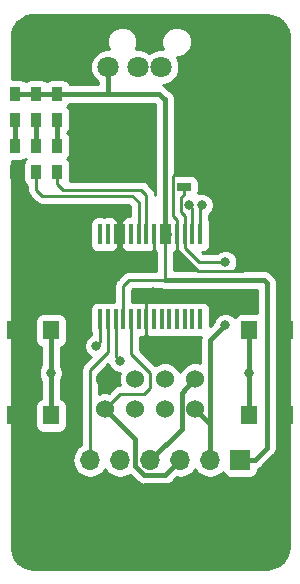
<source format=gbr>
G04 #@! TF.GenerationSoftware,KiCad,Pcbnew,(5.0.0)*
G04 #@! TF.CreationDate,2018-12-19T13:36:55-06:00*
G04 #@! TF.ProjectId,ESP-01_Flasher_Hardware,4553502D30315F466C61736865725F48,rev?*
G04 #@! TF.SameCoordinates,Original*
G04 #@! TF.FileFunction,Copper,L1,Top,Signal*
G04 #@! TF.FilePolarity,Positive*
%FSLAX46Y46*%
G04 Gerber Fmt 4.6, Leading zero omitted, Abs format (unit mm)*
G04 Created by KiCad (PCBNEW (5.0.0)) date 12/19/18 13:36:55*
%MOMM*%
%LPD*%
G01*
G04 APERTURE LIST*
G04 #@! TA.AperFunction,SMDPad,CuDef*
%ADD10R,0.900000X1.200000*%
G04 #@! TD*
G04 #@! TA.AperFunction,SMDPad,CuDef*
%ADD11R,1.200000X0.750000*%
G04 #@! TD*
G04 #@! TA.AperFunction,ComponentPad*
%ADD12R,1.700000X1.700000*%
G04 #@! TD*
G04 #@! TA.AperFunction,ComponentPad*
%ADD13O,1.700000X1.700000*%
G04 #@! TD*
G04 #@! TA.AperFunction,ComponentPad*
%ADD14C,1.800000*%
G04 #@! TD*
G04 #@! TA.AperFunction,ComponentPad*
%ADD15O,2.000000X4.000000*%
G04 #@! TD*
G04 #@! TA.AperFunction,SMDPad,CuDef*
%ADD16R,1.400000X1.600000*%
G04 #@! TD*
G04 #@! TA.AperFunction,ComponentPad*
%ADD17C,1.524000*%
G04 #@! TD*
G04 #@! TA.AperFunction,SMDPad,CuDef*
%ADD18R,0.450000X1.750000*%
G04 #@! TD*
G04 #@! TA.AperFunction,ViaPad*
%ADD19C,0.800000*%
G04 #@! TD*
G04 #@! TA.AperFunction,Conductor*
%ADD20C,0.254000*%
G04 #@! TD*
G04 #@! TA.AperFunction,Conductor*
%ADD21C,0.381000*%
G04 #@! TD*
G04 APERTURE END LIST*
D10*
G04 #@! TO.P,D3,1*
G04 #@! TO.N,GND*
X103886000Y-67310000D03*
G04 #@! TO.P,D3,2*
G04 #@! TO.N,Net-(D3-Pad2)*
X103886000Y-65110000D03*
G04 #@! TD*
D11*
G04 #@! TO.P,C1,1*
G04 #@! TO.N,+3V3*
X118176000Y-68580000D03*
G04 #@! TO.P,C1,2*
G04 #@! TO.N,GND*
X120076000Y-68580000D03*
G04 #@! TD*
D10*
G04 #@! TO.P,D1,1*
G04 #@! TO.N,Net-(D1-Pad1)*
X107442000Y-67310000D03*
G04 #@! TO.P,D1,2*
G04 #@! TO.N,Net-(D1-Pad2)*
X107442000Y-65110000D03*
G04 #@! TD*
G04 #@! TO.P,D2,2*
G04 #@! TO.N,Net-(D2-Pad2)*
X105664000Y-65110000D03*
G04 #@! TO.P,D2,1*
G04 #@! TO.N,Net-(D2-Pad1)*
X105664000Y-67310000D03*
G04 #@! TD*
D12*
G04 #@! TO.P,J1,1*
G04 #@! TO.N,+5V*
X122936000Y-91694000D03*
D13*
G04 #@! TO.P,J1,2*
G04 #@! TO.N,+3V3*
X120396000Y-91694000D03*
G04 #@! TO.P,J1,3*
G04 #@! TO.N,FT_Rx*
X117856000Y-91694000D03*
G04 #@! TO.P,J1,4*
G04 #@! TO.N,FT_Tx*
X115316000Y-91694000D03*
G04 #@! TO.P,J1,5*
G04 #@! TO.N,RTS*
X112776000Y-91694000D03*
G04 #@! TO.P,J1,6*
G04 #@! TO.N,DTR*
X110236000Y-91694000D03*
G04 #@! TO.P,J1,7*
G04 #@! TO.N,GND*
X107696000Y-91694000D03*
G04 #@! TD*
D14*
G04 #@! TO.P,J2,4*
G04 #@! TO.N,GND*
X118760000Y-58420000D03*
G04 #@! TO.P,J2,3*
G04 #@! TO.N,D+*
X116260000Y-58420000D03*
G04 #@! TO.P,J2,1*
G04 #@! TO.N,+5V*
X111760000Y-58420000D03*
G04 #@! TO.P,J2,2*
G04 #@! TO.N,D-*
X114260000Y-58420000D03*
D15*
G04 #@! TO.P,J2,5*
G04 #@! TO.N,GND*
X109410000Y-56290000D03*
X121110000Y-56290000D03*
G04 #@! TD*
D10*
G04 #@! TO.P,R1,1*
G04 #@! TO.N,+5V*
X107442000Y-60706000D03*
G04 #@! TO.P,R1,2*
G04 #@! TO.N,Net-(D1-Pad2)*
X107442000Y-62906000D03*
G04 #@! TD*
G04 #@! TO.P,R2,2*
G04 #@! TO.N,Net-(D2-Pad2)*
X105664000Y-62906000D03*
G04 #@! TO.P,R2,1*
G04 #@! TO.N,+5V*
X105664000Y-60706000D03*
G04 #@! TD*
G04 #@! TO.P,R3,1*
G04 #@! TO.N,+5V*
X103886000Y-60706000D03*
G04 #@! TO.P,R3,2*
G04 #@! TO.N,Net-(D3-Pad2)*
X103886000Y-62906000D03*
G04 #@! TD*
D16*
G04 #@! TO.P,SW1,1*
G04 #@! TO.N,Rst*
X123722000Y-80728000D03*
X123722000Y-87928000D03*
G04 #@! TO.P,SW1,2*
G04 #@! TO.N,GND*
X126722000Y-80728000D03*
X126722000Y-87928000D03*
G04 #@! TD*
G04 #@! TO.P,SW2,2*
G04 #@! TO.N,GND*
X103910000Y-80728000D03*
X103910000Y-87928000D03*
G04 #@! TO.P,SW2,1*
G04 #@! TO.N,Flash*
X106910000Y-80728000D03*
X106910000Y-87928000D03*
G04 #@! TD*
D17*
G04 #@! TO.P,U1,8*
G04 #@! TO.N,+3V3*
X119126000Y-87376000D03*
G04 #@! TO.P,U1,7*
G04 #@! TO.N,FT_Tx*
X119126000Y-84836000D03*
G04 #@! TO.P,U1,6*
G04 #@! TO.N,Rst*
X116586000Y-87376000D03*
G04 #@! TO.P,U1,5*
G04 #@! TO.N,Flash*
X116586000Y-84836000D03*
G04 #@! TO.P,U1,4*
G04 #@! TO.N,+3V3*
X114046000Y-87376000D03*
G04 #@! TO.P,U1,3*
G04 #@! TO.N,N/C*
X114046000Y-84836000D03*
G04 #@! TO.P,U1,2*
G04 #@! TO.N,FT_Rx*
X111506000Y-87376000D03*
G04 #@! TO.P,U1,1*
G04 #@! TO.N,GND*
X111506000Y-84836000D03*
G04 #@! TD*
D18*
G04 #@! TO.P,U2,1*
G04 #@! TO.N,FT_Tx*
X111091000Y-79800000D03*
G04 #@! TO.P,U2,2*
G04 #@! TO.N,DTR*
X111741000Y-79800000D03*
G04 #@! TO.P,U2,3*
G04 #@! TO.N,RTS*
X112391000Y-79800000D03*
G04 #@! TO.P,U2,4*
G04 #@! TO.N,+5V*
X113041000Y-79800000D03*
G04 #@! TO.P,U2,5*
G04 #@! TO.N,FT_Rx*
X113691000Y-79800000D03*
G04 #@! TO.P,U2,6*
G04 #@! TO.N,N/C*
X114341000Y-79800000D03*
G04 #@! TO.P,U2,7*
G04 #@! TO.N,GND*
X114991000Y-79800000D03*
G04 #@! TO.P,U2,8*
G04 #@! TO.N,N/C*
X115641000Y-79800000D03*
G04 #@! TO.P,U2,9*
X116291000Y-79800000D03*
G04 #@! TO.P,U2,10*
X116941000Y-79800000D03*
G04 #@! TO.P,U2,11*
X117591000Y-79800000D03*
G04 #@! TO.P,U2,12*
X118241000Y-79800000D03*
G04 #@! TO.P,U2,13*
X118891000Y-79800000D03*
G04 #@! TO.P,U2,14*
X119541000Y-79800000D03*
G04 #@! TO.P,U2,15*
G04 #@! TO.N,D+*
X119541000Y-72600000D03*
G04 #@! TO.P,U2,16*
G04 #@! TO.N,D-*
X118891000Y-72600000D03*
G04 #@! TO.P,U2,17*
G04 #@! TO.N,+3V3*
X118241000Y-72600000D03*
G04 #@! TO.P,U2,18*
G04 #@! TO.N,GND*
X117591000Y-72600000D03*
G04 #@! TO.P,U2,19*
G04 #@! TO.N,+5V*
X116941000Y-72600000D03*
G04 #@! TO.P,U2,20*
X116291000Y-72600000D03*
G04 #@! TO.P,U2,21*
G04 #@! TO.N,GND*
X115641000Y-72600000D03*
G04 #@! TO.P,U2,22*
G04 #@! TO.N,Net-(D1-Pad1)*
X114991000Y-72600000D03*
G04 #@! TO.P,U2,23*
G04 #@! TO.N,Net-(D2-Pad1)*
X114341000Y-72600000D03*
G04 #@! TO.P,U2,24*
G04 #@! TO.N,N/C*
X113691000Y-72600000D03*
G04 #@! TO.P,U2,25*
G04 #@! TO.N,GND*
X113041000Y-72600000D03*
G04 #@! TO.P,U2,26*
X112391000Y-72600000D03*
G04 #@! TO.P,U2,27*
G04 #@! TO.N,N/C*
X111741000Y-72600000D03*
G04 #@! TO.P,U2,28*
X111091000Y-72600000D03*
G04 #@! TD*
D19*
G04 #@! TO.N,+3V3*
X121666000Y-74930000D03*
X121666000Y-80264000D03*
G04 #@! TO.N,GND*
X115570000Y-75438000D03*
X115570000Y-77470000D03*
X111506000Y-64516000D03*
X106426000Y-72136000D03*
X108966000Y-87376000D03*
G04 #@! TO.N,FT_Tx*
X110744000Y-82042000D03*
G04 #@! TO.N,RTS*
X112776000Y-83312000D03*
G04 #@! TO.N,D+*
X119668003Y-70104000D03*
G04 #@! TO.N,D-*
X118618000Y-70104000D03*
G04 #@! TO.N,Rst*
X123722000Y-84328000D03*
G04 #@! TO.N,Flash*
X106910000Y-84328000D03*
G04 #@! TD*
D20*
G04 #@! TO.N,+3V3*
X118241000Y-72600000D02*
X118241000Y-71026000D01*
X118176000Y-69209000D02*
X118176000Y-68580000D01*
X117890999Y-69494001D02*
X118176000Y-69209000D01*
X117890999Y-70675999D02*
X117890999Y-69494001D01*
X118241000Y-71026000D02*
X117890999Y-70675999D01*
X119442000Y-74930000D02*
X121666000Y-74930000D01*
X118241000Y-72600000D02*
X118241000Y-73729000D01*
X118241000Y-73729000D02*
X119442000Y-74930000D01*
D21*
X120396000Y-88646000D02*
X119126000Y-87376000D01*
X120396000Y-91694000D02*
X120396000Y-88646000D01*
X120396000Y-88646000D02*
X120396000Y-81534000D01*
X120396000Y-81534000D02*
X121666000Y-80264000D01*
D20*
G04 #@! TO.N,GND*
X114991000Y-79800000D02*
X114991000Y-81351000D01*
X114991000Y-79800000D02*
X114991000Y-78303000D01*
X117591000Y-72600000D02*
X117591000Y-73903000D01*
X115641000Y-72600000D02*
X115641000Y-74097000D01*
X117248999Y-71011489D02*
X117248999Y-67663001D01*
X117591000Y-72600000D02*
X117591000Y-71353490D01*
X117591000Y-71353490D02*
X117248999Y-71011489D01*
X117248999Y-67663001D02*
X117602000Y-67310000D01*
X115641000Y-74097000D02*
X115641000Y-75367000D01*
X115641000Y-75367000D02*
X115570000Y-75438000D01*
X117591000Y-73903000D02*
X119380000Y-75692000D01*
X119380000Y-75692000D02*
X123190000Y-75692000D01*
G04 #@! TO.N,Net-(D1-Pad1)*
X107117000Y-67635000D02*
X107442000Y-67310000D01*
X114991000Y-70104000D02*
X114991000Y-69271000D01*
X114991000Y-72600000D02*
X114991000Y-70104000D01*
X114991000Y-69271000D02*
X114554000Y-68834000D01*
X114554000Y-68834000D02*
X107950000Y-68834000D01*
X107442000Y-68326000D02*
X107442000Y-67310000D01*
X107950000Y-68834000D02*
X107442000Y-68326000D01*
D21*
G04 #@! TO.N,Net-(D1-Pad2)*
X107442000Y-63246000D02*
X107442000Y-62992000D01*
X107442000Y-62906000D02*
X107442000Y-65110000D01*
G04 #@! TO.N,Net-(D2-Pad2)*
X105664000Y-62906000D02*
X105664000Y-65110000D01*
D20*
G04 #@! TO.N,Net-(D2-Pad1)*
X114341000Y-72600000D02*
X114341000Y-69891000D01*
X114341000Y-69891000D02*
X113792000Y-69342000D01*
X113792000Y-69342000D02*
X106172000Y-69342000D01*
X105664000Y-68834000D02*
X105664000Y-67310000D01*
X106172000Y-69342000D02*
X105664000Y-68834000D01*
D21*
G04 #@! TO.N,Net-(D3-Pad2)*
X103886000Y-62906000D02*
X103886000Y-65110000D01*
G04 #@! TO.N,+5V*
X107442000Y-60706000D02*
X103886000Y-60706000D01*
X116586000Y-72600000D02*
X116291000Y-72600000D01*
X116941000Y-72600000D02*
X116586000Y-72600000D01*
D20*
X116586000Y-72600000D02*
X116586000Y-75946000D01*
X113549000Y-76454000D02*
X113041000Y-76962000D01*
X116078000Y-76454000D02*
X113549000Y-76454000D01*
X113041000Y-79800000D02*
X113041000Y-76962000D01*
D21*
X124167000Y-91694000D02*
X125222000Y-90639000D01*
X122936000Y-91694000D02*
X124167000Y-91694000D01*
X125222000Y-90639000D02*
X125222000Y-76708000D01*
X125222000Y-76708000D02*
X124968000Y-76454000D01*
X124968000Y-76454000D02*
X116586000Y-76454000D01*
D20*
X116586000Y-75946000D02*
X116586000Y-76454000D01*
X116078000Y-76454000D02*
X116586000Y-76454000D01*
D21*
X107442000Y-60706000D02*
X111506000Y-60706000D01*
X116586000Y-61468000D02*
X116586000Y-61145000D01*
X116586000Y-72600000D02*
X116586000Y-61468000D01*
X116586000Y-61214000D02*
X116586000Y-61468000D01*
X116078000Y-60706000D02*
X116586000Y-61214000D01*
X111760000Y-58420000D02*
X111760000Y-60706000D01*
X111760000Y-60706000D02*
X116078000Y-60706000D01*
X111506000Y-60706000D02*
X111760000Y-60706000D01*
G04 #@! TO.N,FT_Rx*
X112267999Y-88137999D02*
X111506000Y-87376000D01*
X114016501Y-89886501D02*
X112267999Y-88137999D01*
X114016501Y-92172501D02*
X114016501Y-89886501D01*
X114778501Y-92934501D02*
X114016501Y-92172501D01*
X116615499Y-92934501D02*
X114778501Y-92934501D01*
X117856000Y-91694000D02*
X116615499Y-92934501D01*
D20*
X113691000Y-81635000D02*
X113691000Y-81534000D01*
X113691000Y-81534000D02*
X113691000Y-79800000D01*
X113691000Y-82703000D02*
X113691000Y-81534000D01*
X115316000Y-84328000D02*
X113691000Y-82703000D01*
X115316000Y-85598000D02*
X115316000Y-84328000D01*
X114808000Y-86106000D02*
X115316000Y-85598000D01*
X111506000Y-87376000D02*
X112776000Y-86106000D01*
X112776000Y-86106000D02*
X114808000Y-86106000D01*
D21*
G04 #@! TO.N,FT_Tx*
X118364001Y-85597999D02*
X119126000Y-84836000D01*
X117973499Y-85988501D02*
X118364001Y-85597999D01*
X117973499Y-89036501D02*
X117973499Y-85988501D01*
X115316000Y-91694000D02*
X117973499Y-89036501D01*
D20*
X111091000Y-79800000D02*
X111091000Y-81695000D01*
X111091000Y-81695000D02*
X110744000Y-82042000D01*
G04 #@! TO.N,RTS*
X112391000Y-81911000D02*
X112391000Y-79800000D01*
X112391000Y-81911000D02*
X112391000Y-82927000D01*
X112391000Y-82927000D02*
X112776000Y-83312000D01*
G04 #@! TO.N,DTR*
X110236000Y-91694000D02*
X110236000Y-84074000D01*
X111741000Y-82569000D02*
X111741000Y-79800000D01*
X110236000Y-84074000D02*
X111741000Y-82569000D01*
G04 #@! TO.N,D+*
X119541000Y-72600000D02*
X119541000Y-70231003D01*
X119541000Y-70231003D02*
X119668003Y-70104000D01*
G04 #@! TO.N,D-*
X118891000Y-72600000D02*
X118891000Y-70377000D01*
X118891000Y-70377000D02*
X118618000Y-70104000D01*
D21*
G04 #@! TO.N,Rst*
X123722000Y-80728000D02*
X123722000Y-81909000D01*
X123722000Y-84328000D02*
X123722000Y-87928000D01*
X123722000Y-81909000D02*
X123722000Y-84328000D01*
G04 #@! TO.N,Flash*
X106910000Y-80728000D02*
X106910000Y-84328000D01*
X106910000Y-84328000D02*
X106910000Y-87928000D01*
G04 #@! TD*
D20*
G04 #@! TO.N,GND*
G36*
X125675698Y-54112958D02*
X126100893Y-54281305D01*
X126470858Y-54550101D01*
X126762356Y-54902462D01*
X126957067Y-55316244D01*
X127049093Y-55798662D01*
X127052000Y-55891164D01*
X127052001Y-99015326D01*
X126989042Y-99513699D01*
X126820697Y-99938889D01*
X126551899Y-100308859D01*
X126199541Y-100600355D01*
X125785756Y-100795067D01*
X125303339Y-100887093D01*
X125210836Y-100890000D01*
X105454667Y-100890000D01*
X104956301Y-100827042D01*
X104531111Y-100658697D01*
X104161141Y-100389899D01*
X103869645Y-100037541D01*
X103674933Y-99623756D01*
X103582907Y-99141339D01*
X103580000Y-99048836D01*
X103580000Y-79928000D01*
X105562560Y-79928000D01*
X105562560Y-81528000D01*
X105611843Y-81775765D01*
X105752191Y-81985809D01*
X105962235Y-82126157D01*
X106084500Y-82150477D01*
X106084501Y-83689788D01*
X106032569Y-83741720D01*
X105875000Y-84122126D01*
X105875000Y-84533874D01*
X106032569Y-84914280D01*
X106084500Y-84966211D01*
X106084501Y-86505523D01*
X105962235Y-86529843D01*
X105752191Y-86670191D01*
X105611843Y-86880235D01*
X105562560Y-87128000D01*
X105562560Y-88728000D01*
X105611843Y-88975765D01*
X105752191Y-89185809D01*
X105962235Y-89326157D01*
X106210000Y-89375440D01*
X107610000Y-89375440D01*
X107857765Y-89326157D01*
X108067809Y-89185809D01*
X108208157Y-88975765D01*
X108257440Y-88728000D01*
X108257440Y-87128000D01*
X108208157Y-86880235D01*
X108067809Y-86670191D01*
X107857765Y-86529843D01*
X107735500Y-86505523D01*
X107735500Y-84966211D01*
X107787431Y-84914280D01*
X107945000Y-84533874D01*
X107945000Y-84122126D01*
X107787431Y-83741720D01*
X107735500Y-83689789D01*
X107735500Y-82150477D01*
X107857765Y-82126157D01*
X108067809Y-81985809D01*
X108208157Y-81775765D01*
X108257440Y-81528000D01*
X108257440Y-79928000D01*
X108208157Y-79680235D01*
X108067809Y-79470191D01*
X107857765Y-79329843D01*
X107610000Y-79280560D01*
X106210000Y-79280560D01*
X105962235Y-79329843D01*
X105752191Y-79470191D01*
X105611843Y-79680235D01*
X105562560Y-79928000D01*
X103580000Y-79928000D01*
X103580000Y-71725000D01*
X110218560Y-71725000D01*
X110218560Y-73475000D01*
X110267843Y-73722765D01*
X110408191Y-73932809D01*
X110618235Y-74073157D01*
X110866000Y-74122440D01*
X111316000Y-74122440D01*
X111416000Y-74102549D01*
X111516000Y-74122440D01*
X111966000Y-74122440D01*
X112213765Y-74073157D01*
X112423809Y-73932809D01*
X112564157Y-73722765D01*
X112613440Y-73475000D01*
X112613440Y-71725000D01*
X112564157Y-71477235D01*
X112423809Y-71267191D01*
X112213765Y-71126843D01*
X111966000Y-71077560D01*
X111516000Y-71077560D01*
X111416000Y-71097451D01*
X111316000Y-71077560D01*
X110866000Y-71077560D01*
X110618235Y-71126843D01*
X110408191Y-71267191D01*
X110267843Y-71477235D01*
X110218560Y-71725000D01*
X103580000Y-71725000D01*
X103580000Y-66357440D01*
X104336000Y-66357440D01*
X104583765Y-66308157D01*
X104775000Y-66180377D01*
X104819334Y-66210000D01*
X104756191Y-66252191D01*
X104615843Y-66462235D01*
X104566560Y-66710000D01*
X104566560Y-67910000D01*
X104615843Y-68157765D01*
X104756191Y-68367809D01*
X104902000Y-68465236D01*
X104902000Y-68758956D01*
X104887073Y-68834000D01*
X104902000Y-68909043D01*
X104902000Y-68909047D01*
X104946212Y-69131316D01*
X105114629Y-69383371D01*
X105178254Y-69425884D01*
X105580116Y-69827746D01*
X105622629Y-69891371D01*
X105820641Y-70023678D01*
X105874681Y-70059787D01*
X105874682Y-70059787D01*
X105874683Y-70059788D01*
X106096952Y-70104000D01*
X106096956Y-70104000D01*
X106171999Y-70118927D01*
X106247042Y-70104000D01*
X113476370Y-70104000D01*
X113579001Y-70206631D01*
X113579001Y-71077560D01*
X113466000Y-71077560D01*
X113218235Y-71126843D01*
X113008191Y-71267191D01*
X112867843Y-71477235D01*
X112818560Y-71725000D01*
X112818560Y-73475000D01*
X112867843Y-73722765D01*
X113008191Y-73932809D01*
X113218235Y-74073157D01*
X113466000Y-74122440D01*
X113916000Y-74122440D01*
X114016000Y-74102549D01*
X114116000Y-74122440D01*
X114566000Y-74122440D01*
X114666000Y-74102549D01*
X114766000Y-74122440D01*
X115216000Y-74122440D01*
X115463765Y-74073157D01*
X115641000Y-73954731D01*
X115818235Y-74073157D01*
X115824000Y-74074304D01*
X115824001Y-75692000D01*
X113624042Y-75692000D01*
X113548999Y-75677073D01*
X113473956Y-75692000D01*
X113473952Y-75692000D01*
X113251683Y-75736212D01*
X113251682Y-75736213D01*
X113251681Y-75736213D01*
X113197641Y-75772322D01*
X112999629Y-75904629D01*
X112957116Y-75968254D01*
X112555252Y-76370118D01*
X112491630Y-76412629D01*
X112449119Y-76476251D01*
X112449118Y-76476252D01*
X112323213Y-76664683D01*
X112264073Y-76962000D01*
X112279001Y-77037048D01*
X112279001Y-78277560D01*
X112166000Y-78277560D01*
X112066000Y-78297451D01*
X111966000Y-78277560D01*
X111516000Y-78277560D01*
X111416000Y-78297451D01*
X111316000Y-78277560D01*
X110866000Y-78277560D01*
X110618235Y-78326843D01*
X110408191Y-78467191D01*
X110267843Y-78677235D01*
X110218560Y-78925000D01*
X110218560Y-80675000D01*
X110267843Y-80922765D01*
X110329001Y-81014293D01*
X110329001Y-81093622D01*
X110157720Y-81164569D01*
X109866569Y-81455720D01*
X109709000Y-81836126D01*
X109709000Y-82247874D01*
X109866569Y-82628280D01*
X110157720Y-82919431D01*
X110267476Y-82964893D01*
X109750251Y-83482119D01*
X109686630Y-83524629D01*
X109644119Y-83588251D01*
X109644118Y-83588252D01*
X109518213Y-83776683D01*
X109459073Y-84074000D01*
X109474001Y-84149048D01*
X109474000Y-90417158D01*
X109165375Y-90623375D01*
X108837161Y-91114582D01*
X108721908Y-91694000D01*
X108837161Y-92273418D01*
X109165375Y-92764625D01*
X109656582Y-93092839D01*
X110089744Y-93179000D01*
X110382256Y-93179000D01*
X110815418Y-93092839D01*
X111306625Y-92764625D01*
X111506000Y-92466239D01*
X111705375Y-92764625D01*
X112196582Y-93092839D01*
X112629744Y-93179000D01*
X112922256Y-93179000D01*
X113355418Y-93092839D01*
X113603586Y-92927018D01*
X114137294Y-93460727D01*
X114183349Y-93529653D01*
X114252274Y-93575707D01*
X114456406Y-93712105D01*
X114778501Y-93776173D01*
X114859804Y-93760001D01*
X116534198Y-93760001D01*
X116615499Y-93776173D01*
X116696800Y-93760001D01*
X116696802Y-93760001D01*
X116937593Y-93712105D01*
X117210651Y-93529653D01*
X117256708Y-93460724D01*
X117566855Y-93150578D01*
X117709744Y-93179000D01*
X118002256Y-93179000D01*
X118435418Y-93092839D01*
X118926625Y-92764625D01*
X119126000Y-92466239D01*
X119325375Y-92764625D01*
X119816582Y-93092839D01*
X120249744Y-93179000D01*
X120542256Y-93179000D01*
X120975418Y-93092839D01*
X121466625Y-92764625D01*
X121478816Y-92746381D01*
X121487843Y-92791765D01*
X121628191Y-93001809D01*
X121838235Y-93142157D01*
X122086000Y-93191440D01*
X123786000Y-93191440D01*
X124033765Y-93142157D01*
X124243809Y-93001809D01*
X124384157Y-92791765D01*
X124433440Y-92544000D01*
X124433440Y-92482674D01*
X124489094Y-92471604D01*
X124762152Y-92289152D01*
X124808209Y-92220223D01*
X125748226Y-91280207D01*
X125817152Y-91234152D01*
X125999604Y-90961094D01*
X126047500Y-90720303D01*
X126047500Y-90720299D01*
X126063671Y-90639001D01*
X126047500Y-90557703D01*
X126047500Y-76789297D01*
X126063671Y-76707999D01*
X126047500Y-76626702D01*
X126047500Y-76626697D01*
X125999604Y-76385906D01*
X125817152Y-76112848D01*
X125748223Y-76066791D01*
X125609209Y-75927777D01*
X125563152Y-75858848D01*
X125290094Y-75676396D01*
X125049303Y-75628500D01*
X125049301Y-75628500D01*
X124968000Y-75612328D01*
X124886699Y-75628500D01*
X122431211Y-75628500D01*
X122543431Y-75516280D01*
X122701000Y-75135874D01*
X122701000Y-74724126D01*
X122543431Y-74343720D01*
X122252280Y-74052569D01*
X121871874Y-73895000D01*
X121460126Y-73895000D01*
X121079720Y-74052569D01*
X120964289Y-74168000D01*
X119757630Y-74168000D01*
X119712070Y-74122440D01*
X119766000Y-74122440D01*
X120013765Y-74073157D01*
X120223809Y-73932809D01*
X120364157Y-73722765D01*
X120413440Y-73475000D01*
X120413440Y-71725000D01*
X120364157Y-71477235D01*
X120303000Y-71385708D01*
X120303000Y-70932714D01*
X120545434Y-70690280D01*
X120703003Y-70309874D01*
X120703003Y-69898126D01*
X120545434Y-69517720D01*
X120254283Y-69226569D01*
X119873877Y-69069000D01*
X119462129Y-69069000D01*
X119395254Y-69096700D01*
X119423440Y-68955000D01*
X119423440Y-68205000D01*
X119374157Y-67957235D01*
X119233809Y-67747191D01*
X119023765Y-67606843D01*
X118776000Y-67557560D01*
X117576000Y-67557560D01*
X117411500Y-67590281D01*
X117411500Y-61295297D01*
X117427671Y-61213999D01*
X117411500Y-61132701D01*
X117411500Y-61063698D01*
X117363604Y-60822906D01*
X117181152Y-60549848D01*
X116908094Y-60367396D01*
X116906514Y-60367082D01*
X116719209Y-60179776D01*
X116673152Y-60110848D01*
X116439910Y-59955000D01*
X116565330Y-59955000D01*
X117129507Y-59721310D01*
X117561310Y-59289507D01*
X117795000Y-58725330D01*
X117795000Y-58114670D01*
X117571461Y-57575000D01*
X117815602Y-57575000D01*
X118287894Y-57379371D01*
X118649371Y-57017894D01*
X118845000Y-56545602D01*
X118845000Y-56034398D01*
X118649371Y-55562106D01*
X118287894Y-55200629D01*
X117815602Y-55005000D01*
X117304398Y-55005000D01*
X116832106Y-55200629D01*
X116470629Y-55562106D01*
X116275000Y-56034398D01*
X116275000Y-56545602D01*
X116415583Y-56885000D01*
X115954670Y-56885000D01*
X115390493Y-57118690D01*
X115260000Y-57249183D01*
X115129507Y-57118690D01*
X114565330Y-56885000D01*
X114104417Y-56885000D01*
X114245000Y-56545602D01*
X114245000Y-56034398D01*
X114049371Y-55562106D01*
X113687894Y-55200629D01*
X113215602Y-55005000D01*
X112704398Y-55005000D01*
X112232106Y-55200629D01*
X111870629Y-55562106D01*
X111675000Y-56034398D01*
X111675000Y-56545602D01*
X111815583Y-56885000D01*
X111454670Y-56885000D01*
X110890493Y-57118690D01*
X110458690Y-57550493D01*
X110225000Y-58114670D01*
X110225000Y-58725330D01*
X110458690Y-59289507D01*
X110890493Y-59721310D01*
X110934501Y-59739539D01*
X110934501Y-59880500D01*
X108494586Y-59880500D01*
X108490157Y-59858235D01*
X108349809Y-59648191D01*
X108139765Y-59507843D01*
X107892000Y-59458560D01*
X106992000Y-59458560D01*
X106744235Y-59507843D01*
X106553000Y-59635623D01*
X106361765Y-59507843D01*
X106114000Y-59458560D01*
X105214000Y-59458560D01*
X104966235Y-59507843D01*
X104775000Y-59635623D01*
X104583765Y-59507843D01*
X104336000Y-59458560D01*
X103580000Y-59458560D01*
X103580000Y-55924666D01*
X103642958Y-55426302D01*
X103811305Y-55001107D01*
X104080101Y-54631142D01*
X104432462Y-54339644D01*
X104846244Y-54144933D01*
X105328662Y-54052907D01*
X105421164Y-54050000D01*
X125177334Y-54050000D01*
X125675698Y-54112958D01*
X125675698Y-54112958D01*
G37*
X125675698Y-54112958D02*
X126100893Y-54281305D01*
X126470858Y-54550101D01*
X126762356Y-54902462D01*
X126957067Y-55316244D01*
X127049093Y-55798662D01*
X127052000Y-55891164D01*
X127052001Y-99015326D01*
X126989042Y-99513699D01*
X126820697Y-99938889D01*
X126551899Y-100308859D01*
X126199541Y-100600355D01*
X125785756Y-100795067D01*
X125303339Y-100887093D01*
X125210836Y-100890000D01*
X105454667Y-100890000D01*
X104956301Y-100827042D01*
X104531111Y-100658697D01*
X104161141Y-100389899D01*
X103869645Y-100037541D01*
X103674933Y-99623756D01*
X103582907Y-99141339D01*
X103580000Y-99048836D01*
X103580000Y-79928000D01*
X105562560Y-79928000D01*
X105562560Y-81528000D01*
X105611843Y-81775765D01*
X105752191Y-81985809D01*
X105962235Y-82126157D01*
X106084500Y-82150477D01*
X106084501Y-83689788D01*
X106032569Y-83741720D01*
X105875000Y-84122126D01*
X105875000Y-84533874D01*
X106032569Y-84914280D01*
X106084500Y-84966211D01*
X106084501Y-86505523D01*
X105962235Y-86529843D01*
X105752191Y-86670191D01*
X105611843Y-86880235D01*
X105562560Y-87128000D01*
X105562560Y-88728000D01*
X105611843Y-88975765D01*
X105752191Y-89185809D01*
X105962235Y-89326157D01*
X106210000Y-89375440D01*
X107610000Y-89375440D01*
X107857765Y-89326157D01*
X108067809Y-89185809D01*
X108208157Y-88975765D01*
X108257440Y-88728000D01*
X108257440Y-87128000D01*
X108208157Y-86880235D01*
X108067809Y-86670191D01*
X107857765Y-86529843D01*
X107735500Y-86505523D01*
X107735500Y-84966211D01*
X107787431Y-84914280D01*
X107945000Y-84533874D01*
X107945000Y-84122126D01*
X107787431Y-83741720D01*
X107735500Y-83689789D01*
X107735500Y-82150477D01*
X107857765Y-82126157D01*
X108067809Y-81985809D01*
X108208157Y-81775765D01*
X108257440Y-81528000D01*
X108257440Y-79928000D01*
X108208157Y-79680235D01*
X108067809Y-79470191D01*
X107857765Y-79329843D01*
X107610000Y-79280560D01*
X106210000Y-79280560D01*
X105962235Y-79329843D01*
X105752191Y-79470191D01*
X105611843Y-79680235D01*
X105562560Y-79928000D01*
X103580000Y-79928000D01*
X103580000Y-71725000D01*
X110218560Y-71725000D01*
X110218560Y-73475000D01*
X110267843Y-73722765D01*
X110408191Y-73932809D01*
X110618235Y-74073157D01*
X110866000Y-74122440D01*
X111316000Y-74122440D01*
X111416000Y-74102549D01*
X111516000Y-74122440D01*
X111966000Y-74122440D01*
X112213765Y-74073157D01*
X112423809Y-73932809D01*
X112564157Y-73722765D01*
X112613440Y-73475000D01*
X112613440Y-71725000D01*
X112564157Y-71477235D01*
X112423809Y-71267191D01*
X112213765Y-71126843D01*
X111966000Y-71077560D01*
X111516000Y-71077560D01*
X111416000Y-71097451D01*
X111316000Y-71077560D01*
X110866000Y-71077560D01*
X110618235Y-71126843D01*
X110408191Y-71267191D01*
X110267843Y-71477235D01*
X110218560Y-71725000D01*
X103580000Y-71725000D01*
X103580000Y-66357440D01*
X104336000Y-66357440D01*
X104583765Y-66308157D01*
X104775000Y-66180377D01*
X104819334Y-66210000D01*
X104756191Y-66252191D01*
X104615843Y-66462235D01*
X104566560Y-66710000D01*
X104566560Y-67910000D01*
X104615843Y-68157765D01*
X104756191Y-68367809D01*
X104902000Y-68465236D01*
X104902000Y-68758956D01*
X104887073Y-68834000D01*
X104902000Y-68909043D01*
X104902000Y-68909047D01*
X104946212Y-69131316D01*
X105114629Y-69383371D01*
X105178254Y-69425884D01*
X105580116Y-69827746D01*
X105622629Y-69891371D01*
X105820641Y-70023678D01*
X105874681Y-70059787D01*
X105874682Y-70059787D01*
X105874683Y-70059788D01*
X106096952Y-70104000D01*
X106096956Y-70104000D01*
X106171999Y-70118927D01*
X106247042Y-70104000D01*
X113476370Y-70104000D01*
X113579001Y-70206631D01*
X113579001Y-71077560D01*
X113466000Y-71077560D01*
X113218235Y-71126843D01*
X113008191Y-71267191D01*
X112867843Y-71477235D01*
X112818560Y-71725000D01*
X112818560Y-73475000D01*
X112867843Y-73722765D01*
X113008191Y-73932809D01*
X113218235Y-74073157D01*
X113466000Y-74122440D01*
X113916000Y-74122440D01*
X114016000Y-74102549D01*
X114116000Y-74122440D01*
X114566000Y-74122440D01*
X114666000Y-74102549D01*
X114766000Y-74122440D01*
X115216000Y-74122440D01*
X115463765Y-74073157D01*
X115641000Y-73954731D01*
X115818235Y-74073157D01*
X115824000Y-74074304D01*
X115824001Y-75692000D01*
X113624042Y-75692000D01*
X113548999Y-75677073D01*
X113473956Y-75692000D01*
X113473952Y-75692000D01*
X113251683Y-75736212D01*
X113251682Y-75736213D01*
X113251681Y-75736213D01*
X113197641Y-75772322D01*
X112999629Y-75904629D01*
X112957116Y-75968254D01*
X112555252Y-76370118D01*
X112491630Y-76412629D01*
X112449119Y-76476251D01*
X112449118Y-76476252D01*
X112323213Y-76664683D01*
X112264073Y-76962000D01*
X112279001Y-77037048D01*
X112279001Y-78277560D01*
X112166000Y-78277560D01*
X112066000Y-78297451D01*
X111966000Y-78277560D01*
X111516000Y-78277560D01*
X111416000Y-78297451D01*
X111316000Y-78277560D01*
X110866000Y-78277560D01*
X110618235Y-78326843D01*
X110408191Y-78467191D01*
X110267843Y-78677235D01*
X110218560Y-78925000D01*
X110218560Y-80675000D01*
X110267843Y-80922765D01*
X110329001Y-81014293D01*
X110329001Y-81093622D01*
X110157720Y-81164569D01*
X109866569Y-81455720D01*
X109709000Y-81836126D01*
X109709000Y-82247874D01*
X109866569Y-82628280D01*
X110157720Y-82919431D01*
X110267476Y-82964893D01*
X109750251Y-83482119D01*
X109686630Y-83524629D01*
X109644119Y-83588251D01*
X109644118Y-83588252D01*
X109518213Y-83776683D01*
X109459073Y-84074000D01*
X109474001Y-84149048D01*
X109474000Y-90417158D01*
X109165375Y-90623375D01*
X108837161Y-91114582D01*
X108721908Y-91694000D01*
X108837161Y-92273418D01*
X109165375Y-92764625D01*
X109656582Y-93092839D01*
X110089744Y-93179000D01*
X110382256Y-93179000D01*
X110815418Y-93092839D01*
X111306625Y-92764625D01*
X111506000Y-92466239D01*
X111705375Y-92764625D01*
X112196582Y-93092839D01*
X112629744Y-93179000D01*
X112922256Y-93179000D01*
X113355418Y-93092839D01*
X113603586Y-92927018D01*
X114137294Y-93460727D01*
X114183349Y-93529653D01*
X114252274Y-93575707D01*
X114456406Y-93712105D01*
X114778501Y-93776173D01*
X114859804Y-93760001D01*
X116534198Y-93760001D01*
X116615499Y-93776173D01*
X116696800Y-93760001D01*
X116696802Y-93760001D01*
X116937593Y-93712105D01*
X117210651Y-93529653D01*
X117256708Y-93460724D01*
X117566855Y-93150578D01*
X117709744Y-93179000D01*
X118002256Y-93179000D01*
X118435418Y-93092839D01*
X118926625Y-92764625D01*
X119126000Y-92466239D01*
X119325375Y-92764625D01*
X119816582Y-93092839D01*
X120249744Y-93179000D01*
X120542256Y-93179000D01*
X120975418Y-93092839D01*
X121466625Y-92764625D01*
X121478816Y-92746381D01*
X121487843Y-92791765D01*
X121628191Y-93001809D01*
X121838235Y-93142157D01*
X122086000Y-93191440D01*
X123786000Y-93191440D01*
X124033765Y-93142157D01*
X124243809Y-93001809D01*
X124384157Y-92791765D01*
X124433440Y-92544000D01*
X124433440Y-92482674D01*
X124489094Y-92471604D01*
X124762152Y-92289152D01*
X124808209Y-92220223D01*
X125748226Y-91280207D01*
X125817152Y-91234152D01*
X125999604Y-90961094D01*
X126047500Y-90720303D01*
X126047500Y-90720299D01*
X126063671Y-90639001D01*
X126047500Y-90557703D01*
X126047500Y-76789297D01*
X126063671Y-76707999D01*
X126047500Y-76626702D01*
X126047500Y-76626697D01*
X125999604Y-76385906D01*
X125817152Y-76112848D01*
X125748223Y-76066791D01*
X125609209Y-75927777D01*
X125563152Y-75858848D01*
X125290094Y-75676396D01*
X125049303Y-75628500D01*
X125049301Y-75628500D01*
X124968000Y-75612328D01*
X124886699Y-75628500D01*
X122431211Y-75628500D01*
X122543431Y-75516280D01*
X122701000Y-75135874D01*
X122701000Y-74724126D01*
X122543431Y-74343720D01*
X122252280Y-74052569D01*
X121871874Y-73895000D01*
X121460126Y-73895000D01*
X121079720Y-74052569D01*
X120964289Y-74168000D01*
X119757630Y-74168000D01*
X119712070Y-74122440D01*
X119766000Y-74122440D01*
X120013765Y-74073157D01*
X120223809Y-73932809D01*
X120364157Y-73722765D01*
X120413440Y-73475000D01*
X120413440Y-71725000D01*
X120364157Y-71477235D01*
X120303000Y-71385708D01*
X120303000Y-70932714D01*
X120545434Y-70690280D01*
X120703003Y-70309874D01*
X120703003Y-69898126D01*
X120545434Y-69517720D01*
X120254283Y-69226569D01*
X119873877Y-69069000D01*
X119462129Y-69069000D01*
X119395254Y-69096700D01*
X119423440Y-68955000D01*
X119423440Y-68205000D01*
X119374157Y-67957235D01*
X119233809Y-67747191D01*
X119023765Y-67606843D01*
X118776000Y-67557560D01*
X117576000Y-67557560D01*
X117411500Y-67590281D01*
X117411500Y-61295297D01*
X117427671Y-61213999D01*
X117411500Y-61132701D01*
X117411500Y-61063698D01*
X117363604Y-60822906D01*
X117181152Y-60549848D01*
X116908094Y-60367396D01*
X116906514Y-60367082D01*
X116719209Y-60179776D01*
X116673152Y-60110848D01*
X116439910Y-59955000D01*
X116565330Y-59955000D01*
X117129507Y-59721310D01*
X117561310Y-59289507D01*
X117795000Y-58725330D01*
X117795000Y-58114670D01*
X117571461Y-57575000D01*
X117815602Y-57575000D01*
X118287894Y-57379371D01*
X118649371Y-57017894D01*
X118845000Y-56545602D01*
X118845000Y-56034398D01*
X118649371Y-55562106D01*
X118287894Y-55200629D01*
X117815602Y-55005000D01*
X117304398Y-55005000D01*
X116832106Y-55200629D01*
X116470629Y-55562106D01*
X116275000Y-56034398D01*
X116275000Y-56545602D01*
X116415583Y-56885000D01*
X115954670Y-56885000D01*
X115390493Y-57118690D01*
X115260000Y-57249183D01*
X115129507Y-57118690D01*
X114565330Y-56885000D01*
X114104417Y-56885000D01*
X114245000Y-56545602D01*
X114245000Y-56034398D01*
X114049371Y-55562106D01*
X113687894Y-55200629D01*
X113215602Y-55005000D01*
X112704398Y-55005000D01*
X112232106Y-55200629D01*
X111870629Y-55562106D01*
X111675000Y-56034398D01*
X111675000Y-56545602D01*
X111815583Y-56885000D01*
X111454670Y-56885000D01*
X110890493Y-57118690D01*
X110458690Y-57550493D01*
X110225000Y-58114670D01*
X110225000Y-58725330D01*
X110458690Y-59289507D01*
X110890493Y-59721310D01*
X110934501Y-59739539D01*
X110934501Y-59880500D01*
X108494586Y-59880500D01*
X108490157Y-59858235D01*
X108349809Y-59648191D01*
X108139765Y-59507843D01*
X107892000Y-59458560D01*
X106992000Y-59458560D01*
X106744235Y-59507843D01*
X106553000Y-59635623D01*
X106361765Y-59507843D01*
X106114000Y-59458560D01*
X105214000Y-59458560D01*
X104966235Y-59507843D01*
X104775000Y-59635623D01*
X104583765Y-59507843D01*
X104336000Y-59458560D01*
X103580000Y-59458560D01*
X103580000Y-55924666D01*
X103642958Y-55426302D01*
X103811305Y-55001107D01*
X104080101Y-54631142D01*
X104432462Y-54339644D01*
X104846244Y-54144933D01*
X105328662Y-54052907D01*
X105421164Y-54050000D01*
X125177334Y-54050000D01*
X125675698Y-54112958D01*
G36*
X111898569Y-83898280D02*
X112189720Y-84189431D01*
X112570126Y-84347000D01*
X112736448Y-84347000D01*
X112649000Y-84558119D01*
X112649000Y-85113881D01*
X112741017Y-85336031D01*
X112700956Y-85344000D01*
X112700952Y-85344000D01*
X112478683Y-85388212D01*
X112478682Y-85388213D01*
X112478681Y-85388213D01*
X112290251Y-85514118D01*
X112226629Y-85556629D01*
X112184118Y-85620251D01*
X111813218Y-85991152D01*
X111783881Y-85979000D01*
X111228119Y-85979000D01*
X110998000Y-86074318D01*
X110998000Y-84389630D01*
X111778712Y-83608919D01*
X111898569Y-83898280D01*
X111898569Y-83898280D01*
G37*
X111898569Y-83898280D02*
X112189720Y-84189431D01*
X112570126Y-84347000D01*
X112736448Y-84347000D01*
X112649000Y-84558119D01*
X112649000Y-85113881D01*
X112741017Y-85336031D01*
X112700956Y-85344000D01*
X112700952Y-85344000D01*
X112478683Y-85388212D01*
X112478682Y-85388213D01*
X112478681Y-85388213D01*
X112290251Y-85514118D01*
X112226629Y-85556629D01*
X112184118Y-85620251D01*
X111813218Y-85991152D01*
X111783881Y-85979000D01*
X111228119Y-85979000D01*
X110998000Y-86074318D01*
X110998000Y-84389630D01*
X111778712Y-83608919D01*
X111898569Y-83898280D01*
G36*
X115168235Y-81273157D02*
X115416000Y-81322440D01*
X115866000Y-81322440D01*
X115966000Y-81302549D01*
X116066000Y-81322440D01*
X116516000Y-81322440D01*
X116616000Y-81302549D01*
X116716000Y-81322440D01*
X117166000Y-81322440D01*
X117266000Y-81302549D01*
X117366000Y-81322440D01*
X117816000Y-81322440D01*
X117916000Y-81302549D01*
X118016000Y-81322440D01*
X118466000Y-81322440D01*
X118566000Y-81302549D01*
X118666000Y-81322440D01*
X119116000Y-81322440D01*
X119216000Y-81302549D01*
X119316000Y-81322440D01*
X119596410Y-81322440D01*
X119554328Y-81534000D01*
X119570501Y-81615306D01*
X119570501Y-83508016D01*
X119403881Y-83439000D01*
X118848119Y-83439000D01*
X118334663Y-83651680D01*
X117941680Y-84044663D01*
X117856000Y-84251513D01*
X117770320Y-84044663D01*
X117377337Y-83651680D01*
X116863881Y-83439000D01*
X116308119Y-83439000D01*
X115794663Y-83651680D01*
X115755987Y-83690356D01*
X114453000Y-82387370D01*
X114453000Y-81322440D01*
X114566000Y-81322440D01*
X114813765Y-81273157D01*
X114991000Y-81154731D01*
X115168235Y-81273157D01*
X115168235Y-81273157D01*
G37*
X115168235Y-81273157D02*
X115416000Y-81322440D01*
X115866000Y-81322440D01*
X115966000Y-81302549D01*
X116066000Y-81322440D01*
X116516000Y-81322440D01*
X116616000Y-81302549D01*
X116716000Y-81322440D01*
X117166000Y-81322440D01*
X117266000Y-81302549D01*
X117366000Y-81322440D01*
X117816000Y-81322440D01*
X117916000Y-81302549D01*
X118016000Y-81322440D01*
X118466000Y-81322440D01*
X118566000Y-81302549D01*
X118666000Y-81322440D01*
X119116000Y-81322440D01*
X119216000Y-81302549D01*
X119316000Y-81322440D01*
X119596410Y-81322440D01*
X119554328Y-81534000D01*
X119570501Y-81615306D01*
X119570501Y-83508016D01*
X119403881Y-83439000D01*
X118848119Y-83439000D01*
X118334663Y-83651680D01*
X117941680Y-84044663D01*
X117856000Y-84251513D01*
X117770320Y-84044663D01*
X117377337Y-83651680D01*
X116863881Y-83439000D01*
X116308119Y-83439000D01*
X115794663Y-83651680D01*
X115755987Y-83690356D01*
X114453000Y-82387370D01*
X114453000Y-81322440D01*
X114566000Y-81322440D01*
X114813765Y-81273157D01*
X114991000Y-81154731D01*
X115168235Y-81273157D01*
G36*
X116263906Y-77231604D02*
X116504697Y-77279500D01*
X124396501Y-77279500D01*
X124396501Y-79280560D01*
X123022000Y-79280560D01*
X122774235Y-79329843D01*
X122564191Y-79470191D01*
X122472751Y-79607040D01*
X122252280Y-79386569D01*
X121871874Y-79229000D01*
X121460126Y-79229000D01*
X121079720Y-79386569D01*
X120788569Y-79677720D01*
X120631000Y-80058126D01*
X120631000Y-80131567D01*
X120413440Y-80349128D01*
X120413440Y-78925000D01*
X120364157Y-78677235D01*
X120223809Y-78467191D01*
X120013765Y-78326843D01*
X119766000Y-78277560D01*
X119316000Y-78277560D01*
X119216000Y-78297451D01*
X119116000Y-78277560D01*
X118666000Y-78277560D01*
X118566000Y-78297451D01*
X118466000Y-78277560D01*
X118016000Y-78277560D01*
X117916000Y-78297451D01*
X117816000Y-78277560D01*
X117366000Y-78277560D01*
X117266000Y-78297451D01*
X117166000Y-78277560D01*
X116716000Y-78277560D01*
X116616000Y-78297451D01*
X116516000Y-78277560D01*
X116066000Y-78277560D01*
X115966000Y-78297451D01*
X115866000Y-78277560D01*
X115416000Y-78277560D01*
X115168235Y-78326843D01*
X114991000Y-78445269D01*
X114813765Y-78326843D01*
X114566000Y-78277560D01*
X114116000Y-78277560D01*
X114016000Y-78297451D01*
X113916000Y-78277560D01*
X113803000Y-78277560D01*
X113803000Y-77277630D01*
X113864630Y-77216000D01*
X116240553Y-77216000D01*
X116263906Y-77231604D01*
X116263906Y-77231604D01*
G37*
X116263906Y-77231604D02*
X116504697Y-77279500D01*
X124396501Y-77279500D01*
X124396501Y-79280560D01*
X123022000Y-79280560D01*
X122774235Y-79329843D01*
X122564191Y-79470191D01*
X122472751Y-79607040D01*
X122252280Y-79386569D01*
X121871874Y-79229000D01*
X121460126Y-79229000D01*
X121079720Y-79386569D01*
X120788569Y-79677720D01*
X120631000Y-80058126D01*
X120631000Y-80131567D01*
X120413440Y-80349128D01*
X120413440Y-78925000D01*
X120364157Y-78677235D01*
X120223809Y-78467191D01*
X120013765Y-78326843D01*
X119766000Y-78277560D01*
X119316000Y-78277560D01*
X119216000Y-78297451D01*
X119116000Y-78277560D01*
X118666000Y-78277560D01*
X118566000Y-78297451D01*
X118466000Y-78277560D01*
X118016000Y-78277560D01*
X117916000Y-78297451D01*
X117816000Y-78277560D01*
X117366000Y-78277560D01*
X117266000Y-78297451D01*
X117166000Y-78277560D01*
X116716000Y-78277560D01*
X116616000Y-78297451D01*
X116516000Y-78277560D01*
X116066000Y-78277560D01*
X115966000Y-78297451D01*
X115866000Y-78277560D01*
X115416000Y-78277560D01*
X115168235Y-78326843D01*
X114991000Y-78445269D01*
X114813765Y-78326843D01*
X114566000Y-78277560D01*
X114116000Y-78277560D01*
X114016000Y-78297451D01*
X113916000Y-78277560D01*
X113803000Y-78277560D01*
X113803000Y-77277630D01*
X113864630Y-77216000D01*
X116240553Y-77216000D01*
X116263906Y-77231604D01*
G36*
X117523213Y-74026317D02*
X117691630Y-74278371D01*
X117755252Y-74320882D01*
X118850116Y-75415746D01*
X118892629Y-75479371D01*
X119090641Y-75611678D01*
X119115816Y-75628500D01*
X117348000Y-75628500D01*
X117348000Y-74086238D01*
X117413765Y-74073157D01*
X117518597Y-74003110D01*
X117523213Y-74026317D01*
X117523213Y-74026317D01*
G37*
X117523213Y-74026317D02*
X117691630Y-74278371D01*
X117755252Y-74320882D01*
X118850116Y-75415746D01*
X118892629Y-75479371D01*
X119090641Y-75611678D01*
X119115816Y-75628500D01*
X117348000Y-75628500D01*
X117348000Y-74086238D01*
X117413765Y-74073157D01*
X117518597Y-74003110D01*
X117523213Y-74026317D01*
G36*
X111760000Y-61547672D02*
X111841303Y-61531500D01*
X115736068Y-61531500D01*
X115760501Y-61555934D01*
X115760500Y-69233662D01*
X115753000Y-69195956D01*
X115753000Y-69195952D01*
X115708788Y-68973683D01*
X115696305Y-68955000D01*
X115615454Y-68833999D01*
X115540371Y-68721629D01*
X115476746Y-68679116D01*
X115145884Y-68348254D01*
X115103371Y-68284629D01*
X114851317Y-68116212D01*
X114629048Y-68072000D01*
X114629043Y-68072000D01*
X114554000Y-68057073D01*
X114478957Y-68072000D01*
X108507217Y-68072000D01*
X108539440Y-67910000D01*
X108539440Y-66710000D01*
X108490157Y-66462235D01*
X108349809Y-66252191D01*
X108286666Y-66210000D01*
X108349809Y-66167809D01*
X108490157Y-65957765D01*
X108539440Y-65710000D01*
X108539440Y-64510000D01*
X108490157Y-64262235D01*
X108349809Y-64052191D01*
X108283673Y-64008000D01*
X108349809Y-63963809D01*
X108490157Y-63753765D01*
X108539440Y-63506000D01*
X108539440Y-62306000D01*
X108490157Y-62058235D01*
X108349809Y-61848191D01*
X108286666Y-61806000D01*
X108349809Y-61763809D01*
X108490157Y-61553765D01*
X108494586Y-61531500D01*
X111678698Y-61531500D01*
X111760000Y-61547672D01*
X111760000Y-61547672D01*
G37*
X111760000Y-61547672D02*
X111841303Y-61531500D01*
X115736068Y-61531500D01*
X115760501Y-61555934D01*
X115760500Y-69233662D01*
X115753000Y-69195956D01*
X115753000Y-69195952D01*
X115708788Y-68973683D01*
X115696305Y-68955000D01*
X115615454Y-68833999D01*
X115540371Y-68721629D01*
X115476746Y-68679116D01*
X115145884Y-68348254D01*
X115103371Y-68284629D01*
X114851317Y-68116212D01*
X114629048Y-68072000D01*
X114629043Y-68072000D01*
X114554000Y-68057073D01*
X114478957Y-68072000D01*
X108507217Y-68072000D01*
X108539440Y-67910000D01*
X108539440Y-66710000D01*
X108490157Y-66462235D01*
X108349809Y-66252191D01*
X108286666Y-66210000D01*
X108349809Y-66167809D01*
X108490157Y-65957765D01*
X108539440Y-65710000D01*
X108539440Y-64510000D01*
X108490157Y-64262235D01*
X108349809Y-64052191D01*
X108283673Y-64008000D01*
X108349809Y-63963809D01*
X108490157Y-63753765D01*
X108539440Y-63506000D01*
X108539440Y-62306000D01*
X108490157Y-62058235D01*
X108349809Y-61848191D01*
X108286666Y-61806000D01*
X108349809Y-61763809D01*
X108490157Y-61553765D01*
X108494586Y-61531500D01*
X111678698Y-61531500D01*
X111760000Y-61547672D01*
G04 #@! TD*
M02*

</source>
